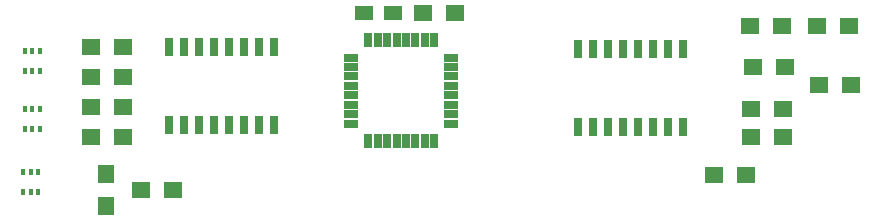
<source format=gtp>
G04 #@! TF.FileFunction,Paste,Top*
%FSLAX46Y46*%
G04 Gerber Fmt 4.6, Leading zero omitted, Abs format (unit mm)*
G04 Created by KiCad (PCBNEW no-vcs-found-product) date Fri 24 Jul 2015 19:01:22 CEST*
%MOMM*%
G01*
G04 APERTURE LIST*
%ADD10C,0.100000*%
%ADD11R,1.550800X1.300800*%
%ADD12R,0.350800X0.575800*%
%ADD13R,1.550800X1.350800*%
%ADD14R,1.350800X1.550800*%
%ADD15R,0.650800X1.650800*%
%ADD16R,0.650800X1.550800*%
%ADD17R,0.650800X1.250800*%
%ADD18R,1.250800X0.650800*%
G04 APERTURE END LIST*
D10*
D11*
X157587000Y-80899000D03*
X155087000Y-80899000D03*
D12*
X127000000Y-84125500D03*
X127000000Y-85800500D03*
X127650000Y-85800500D03*
X126350000Y-85800500D03*
X126350000Y-84125500D03*
X127650000Y-84125500D03*
X127000000Y-89078500D03*
X127000000Y-90753500D03*
X127650000Y-90753500D03*
X126350000Y-90753500D03*
X126350000Y-89078500D03*
X127650000Y-89078500D03*
X126873000Y-94412500D03*
X126873000Y-96087500D03*
X127523000Y-96087500D03*
X126223000Y-96087500D03*
X126223000Y-94412500D03*
X127523000Y-94412500D03*
D13*
X160067000Y-80899000D03*
X162767000Y-80899000D03*
X132000000Y-83820000D03*
X134700000Y-83820000D03*
X132000000Y-86360000D03*
X134700000Y-86360000D03*
X132000000Y-88900000D03*
X134700000Y-88900000D03*
X132000000Y-91440000D03*
X134700000Y-91440000D03*
X136191000Y-95885000D03*
X138891000Y-95885000D03*
D14*
X133223000Y-97235000D03*
X133223000Y-94535000D03*
D13*
X190707000Y-85471000D03*
X188007000Y-85471000D03*
X196295000Y-86995000D03*
X193595000Y-86995000D03*
X190580000Y-89027000D03*
X187880000Y-89027000D03*
X190580000Y-91440000D03*
X187880000Y-91440000D03*
X187405000Y-94615000D03*
X184705000Y-94615000D03*
X190453000Y-82042000D03*
X187753000Y-82042000D03*
X196168000Y-82042000D03*
X193468000Y-82042000D03*
D15*
X147447000Y-83822000D03*
X146177000Y-83822000D03*
X144907000Y-83822000D03*
X143637000Y-83822000D03*
X142367000Y-83820000D03*
D16*
X141097000Y-83822000D03*
D15*
X139827000Y-83822000D03*
X138557000Y-83822000D03*
X138557000Y-90422000D03*
X139827000Y-90422000D03*
X141097000Y-90422000D03*
X142367000Y-90422000D03*
X143637000Y-90422000D03*
X144907000Y-90422000D03*
X146177000Y-90422000D03*
X147447000Y-90422000D03*
X173228000Y-90549000D03*
X174498000Y-90549000D03*
X175768000Y-90549000D03*
X177038000Y-90549000D03*
X178308000Y-90551000D03*
D16*
X179578000Y-90549000D03*
D15*
X180848000Y-90549000D03*
X182118000Y-90549000D03*
X182118000Y-83949000D03*
X180848000Y-83949000D03*
X179578000Y-83949000D03*
X178308000Y-83949000D03*
X177038000Y-83949000D03*
X175768000Y-83949000D03*
X174498000Y-83949000D03*
X173228000Y-83949000D03*
D17*
X161042000Y-83253000D03*
X160242000Y-83253000D03*
X159442000Y-83253000D03*
X158642000Y-83253000D03*
X157842000Y-83253000D03*
X157042000Y-83253000D03*
X156242000Y-83253000D03*
X155442000Y-83253000D03*
D18*
X153992000Y-84703000D03*
X153992000Y-85503000D03*
X153992000Y-86303000D03*
X153992000Y-87103000D03*
X153992000Y-87903000D03*
X153992000Y-88703000D03*
X153992000Y-89503000D03*
X153992000Y-90303000D03*
D17*
X155442000Y-91753000D03*
X156242000Y-91753000D03*
X157042000Y-91753000D03*
X157842000Y-91753000D03*
X158642000Y-91753000D03*
X159442000Y-91753000D03*
X160242000Y-91753000D03*
X161042000Y-91753000D03*
D18*
X162492000Y-90303000D03*
X162492000Y-89503000D03*
X162492000Y-88703000D03*
X162492000Y-87903000D03*
X162492000Y-87103000D03*
X162492000Y-86303000D03*
X162492000Y-85503000D03*
X162492000Y-84703000D03*
M02*

</source>
